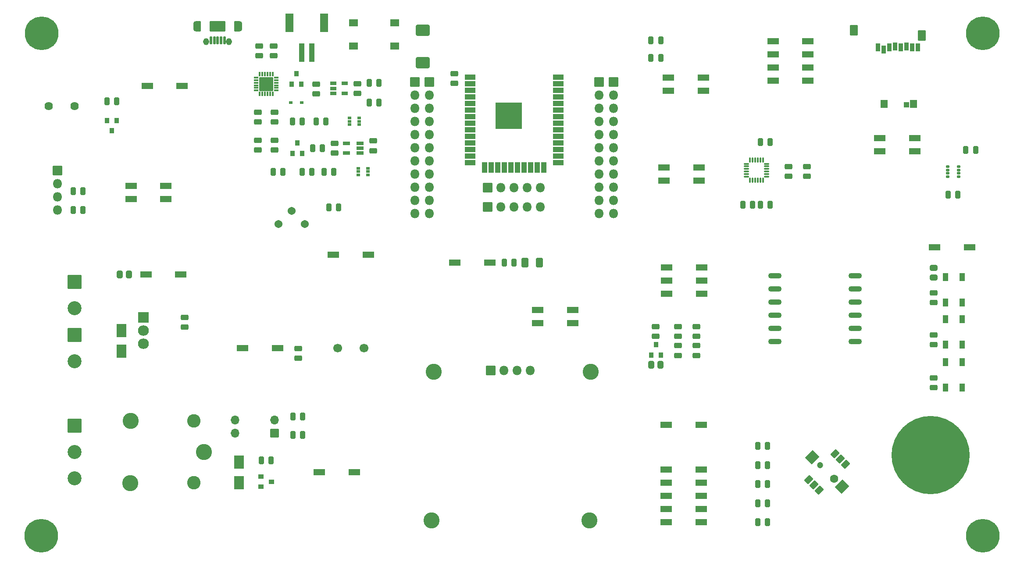
<source format=gbr>
%TF.GenerationSoftware,KiCad,Pcbnew,(6.0.0)*%
%TF.CreationDate,2022-02-10T18:09:30+01:00*%
%TF.ProjectId,ESP32IoTPlatform,45535033-3249-46f5-9450-6c6174666f72,rev?*%
%TF.SameCoordinates,Original*%
%TF.FileFunction,Soldermask,Top*%
%TF.FilePolarity,Negative*%
%FSLAX46Y46*%
G04 Gerber Fmt 4.6, Leading zero omitted, Abs format (unit mm)*
G04 Created by KiCad (PCBNEW (6.0.0)) date 2022-02-10 18:09:30*
%MOMM*%
%LPD*%
G01*
G04 APERTURE LIST*
G04 Aperture macros list*
%AMRoundRect*
0 Rectangle with rounded corners*
0 $1 Rounding radius*
0 $2 $3 $4 $5 $6 $7 $8 $9 X,Y pos of 4 corners*
0 Add a 4 corners polygon primitive as box body*
4,1,4,$2,$3,$4,$5,$6,$7,$8,$9,$2,$3,0*
0 Add four circle primitives for the rounded corners*
1,1,$1+$1,$2,$3*
1,1,$1+$1,$4,$5*
1,1,$1+$1,$6,$7*
1,1,$1+$1,$8,$9*
0 Add four rect primitives between the rounded corners*
20,1,$1+$1,$2,$3,$4,$5,0*
20,1,$1+$1,$4,$5,$6,$7,0*
20,1,$1+$1,$6,$7,$8,$9,0*
20,1,$1+$1,$8,$9,$2,$3,0*%
G04 Aperture macros list end*
%ADD10RoundRect,0.050000X0.900000X-1.250000X0.900000X1.250000X-0.900000X1.250000X-0.900000X-1.250000X0*%
%ADD11RoundRect,0.050000X-1.000000X0.952500X-1.000000X-0.952500X1.000000X-0.952500X1.000000X0.952500X0*%
%ADD12O,2.100000X2.005000*%
%ADD13RoundRect,0.293750X-0.456250X0.243750X-0.456250X-0.243750X0.456250X-0.243750X0.456250X0.243750X0*%
%ADD14RoundRect,0.300000X1.025000X-0.787500X1.025000X0.787500X-1.025000X0.787500X-1.025000X-0.787500X0*%
%ADD15RoundRect,0.293750X0.456250X-0.243750X0.456250X0.243750X-0.456250X0.243750X-0.456250X-0.243750X0*%
%ADD16RoundRect,0.293750X0.243750X0.456250X-0.243750X0.456250X-0.243750X-0.456250X0.243750X-0.456250X0*%
%ADD17RoundRect,0.050000X0.200000X0.675000X-0.200000X0.675000X-0.200000X-0.675000X0.200000X-0.675000X0*%
%ADD18O,1.100000X2.000000*%
%ADD19RoundRect,0.050000X1.450000X0.950000X-1.450000X0.950000X-1.450000X-0.950000X1.450000X-0.950000X0*%
%ADD20RoundRect,0.050000X0.437500X0.950000X-0.437500X0.950000X-0.437500X-0.950000X0.437500X-0.950000X0*%
%ADD21O,1.150000X1.350000*%
%ADD22RoundRect,0.293750X-0.243750X-0.456250X0.243750X-0.456250X0.243750X0.456250X-0.243750X0.456250X0*%
%ADD23RoundRect,0.112500X-0.062500X0.350000X-0.062500X-0.350000X0.062500X-0.350000X0.062500X0.350000X0*%
%ADD24RoundRect,0.112500X-0.350000X0.062500X-0.350000X-0.062500X0.350000X-0.062500X0.350000X0.062500X0*%
%ADD25RoundRect,0.050000X-1.300000X1.300000X-1.300000X-1.300000X1.300000X-1.300000X1.300000X1.300000X0*%
%ADD26RoundRect,0.050000X0.610000X0.325000X-0.610000X0.325000X-0.610000X-0.325000X0.610000X-0.325000X0*%
%ADD27RoundRect,0.050000X-0.450000X-0.400000X0.450000X-0.400000X0.450000X0.400000X-0.450000X0.400000X0*%
%ADD28RoundRect,0.050000X-1.080000X-0.560000X1.080000X-0.560000X1.080000X0.560000X-1.080000X0.560000X0*%
%ADD29RoundRect,0.050000X-0.530000X-0.325000X0.530000X-0.325000X0.530000X0.325000X-0.530000X0.325000X0*%
%ADD30RoundRect,0.050000X0.400000X-0.450000X0.400000X0.450000X-0.400000X0.450000X-0.400000X-0.450000X0*%
%ADD31RoundRect,0.050000X0.300000X0.225000X-0.300000X0.225000X-0.300000X-0.225000X0.300000X-0.225000X0*%
%ADD32RoundRect,0.050000X0.500000X-0.750000X0.500000X0.750000X-0.500000X0.750000X-0.500000X-0.750000X0*%
%ADD33C,2.700000*%
%ADD34RoundRect,0.050000X1.080000X0.560000X-1.080000X0.560000X-1.080000X-0.560000X1.080000X-0.560000X0*%
%ADD35RoundRect,0.050000X0.800000X0.800000X-0.800000X0.800000X-0.800000X-0.800000X0.800000X-0.800000X0*%
%ADD36O,1.700000X1.700000*%
%ADD37RoundRect,0.050000X-0.850000X-0.850000X0.850000X-0.850000X0.850000X0.850000X-0.850000X0.850000X0*%
%ADD38O,1.800000X1.800000*%
%ADD39RoundRect,0.050000X-0.325000X-0.200000X0.325000X-0.200000X0.325000X0.200000X-0.325000X0.200000X0*%
%ADD40C,1.540000*%
%ADD41RoundRect,0.050000X0.400000X0.750000X-0.400000X0.750000X-0.400000X-0.750000X0.400000X-0.750000X0*%
%ADD42RoundRect,0.050000X0.650000X0.700000X-0.650000X0.700000X-0.650000X-0.700000X0.650000X-0.700000X0*%
%ADD43RoundRect,0.050000X0.700000X0.950000X-0.700000X0.950000X-0.700000X-0.950000X0.700000X-0.950000X0*%
%ADD44RoundRect,0.050000X0.475000X0.500000X-0.475000X0.500000X-0.475000X-0.500000X0.475000X-0.500000X0*%
%ADD45C,0.900000*%
%ADD46C,6.500000*%
%ADD47RoundRect,0.050000X0.850000X-0.850000X0.850000X0.850000X-0.850000X0.850000X-0.850000X-0.850000X0*%
%ADD48RoundRect,0.050000X-0.750000X-1.700000X0.750000X-1.700000X0.750000X1.700000X-0.750000X1.700000X0*%
%ADD49RoundRect,0.050000X-0.500000X-1.750000X0.500000X-1.750000X0.500000X1.750000X-0.500000X1.750000X0*%
%ADD50C,3.100000*%
%ADD51C,2.600000*%
%ADD52C,15.100000*%
%ADD53RoundRect,0.050000X-0.900000X1.250000X-0.900000X-1.250000X0.900000X-1.250000X0.900000X1.250000X0*%
%ADD54RoundRect,0.300000X0.375000X0.625000X-0.375000X0.625000X-0.375000X-0.625000X0.375000X-0.625000X0*%
%ADD55O,2.600000X1.100000*%
%ADD56C,1.700000*%
%ADD57RoundRect,0.050000X0.775000X0.650000X-0.775000X0.650000X-0.775000X-0.650000X0.775000X-0.650000X0*%
%ADD58RoundRect,0.050000X-1.000000X-0.450000X1.000000X-0.450000X1.000000X0.450000X-1.000000X0.450000X0*%
%ADD59RoundRect,0.050000X0.450000X-1.000000X0.450000X1.000000X-0.450000X1.000000X-0.450000X-1.000000X0*%
%ADD60RoundRect,0.050000X-2.500000X-2.500000X2.500000X-2.500000X2.500000X2.500000X-2.500000X2.500000X0*%
%ADD61RoundRect,0.050000X-0.400000X0.450000X-0.400000X-0.450000X0.400000X-0.450000X0.400000X0.450000X0*%
%ADD62C,1.624000*%
%ADD63RoundRect,0.050000X0.250000X0.175000X-0.250000X0.175000X-0.250000X-0.175000X0.250000X-0.175000X0*%
%ADD64C,1.200000*%
%ADD65C,1.600000*%
%ADD66RoundRect,0.050000X-0.123744X-0.830850X0.830850X0.123744X0.123744X0.830850X-0.830850X-0.123744X0*%
%ADD67RoundRect,0.050000X-0.070711X-1.343503X1.343503X0.070711X0.070711X1.343503X-1.343503X-0.070711X0*%
%ADD68RoundRect,0.125000X-0.350000X-0.075000X0.350000X-0.075000X0.350000X0.075000X-0.350000X0.075000X0*%
%ADD69RoundRect,0.125000X0.075000X-0.350000X0.075000X0.350000X-0.075000X0.350000X-0.075000X-0.350000X0*%
%ADD70RoundRect,0.300000X0.262500X0.450000X-0.262500X0.450000X-0.262500X-0.450000X0.262500X-0.450000X0*%
%ADD71RoundRect,0.300000X0.450000X-0.262500X0.450000X0.262500X-0.450000X0.262500X-0.450000X-0.262500X0*%
G04 APERTURE END LIST*
D10*
%TO.C,D12*%
X62400000Y-113800000D03*
X62400000Y-109800000D03*
%TD*%
D11*
%TO.C,Q3*%
X66655000Y-107260000D03*
D12*
X66655000Y-109800000D03*
X66655000Y-112340000D03*
%TD*%
D13*
%TO.C,R14*%
X74600000Y-107262500D03*
X74600000Y-109137500D03*
%TD*%
D14*
%TO.C,C3*%
X120606999Y-58056499D03*
X120606999Y-51831499D03*
%TD*%
D15*
%TO.C,C4*%
X89000000Y-56737500D03*
X89000000Y-54862500D03*
%TD*%
%TO.C,C5*%
X91800000Y-56737500D03*
X91800000Y-54862500D03*
%TD*%
%TO.C,C6*%
X103600000Y-75537500D03*
X103600000Y-73662500D03*
%TD*%
%TO.C,C7*%
X111000000Y-75068750D03*
X111000000Y-73193750D03*
%TD*%
D13*
%TO.C,D1*%
X88800000Y-73062500D03*
X88800000Y-74937500D03*
%TD*%
%TO.C,D2*%
X92000000Y-73062500D03*
X92000000Y-74937500D03*
%TD*%
D16*
%TO.C,D3*%
X101937500Y-69400000D03*
X100062500Y-69400000D03*
%TD*%
D17*
%TO.C,J1*%
X79700000Y-53735000D03*
X80350000Y-53735000D03*
X81000000Y-53735000D03*
X81650000Y-53735000D03*
X82300000Y-53735000D03*
D18*
X76825000Y-51060000D03*
D19*
X81000000Y-51060000D03*
D20*
X84737500Y-51060000D03*
X77262500Y-51060000D03*
D21*
X78775000Y-54060000D03*
X83225000Y-54060000D03*
D18*
X85175000Y-51060000D03*
%TD*%
D13*
%TO.C,R2*%
X88800000Y-67662500D03*
X88800000Y-69537500D03*
%TD*%
%TO.C,R3*%
X92000000Y-67662500D03*
X92000000Y-69537500D03*
%TD*%
D22*
%TO.C,R4*%
X99325000Y-74600000D03*
X101200000Y-74600000D03*
%TD*%
D16*
%TO.C,R5*%
X103437500Y-79200000D03*
X101562500Y-79200000D03*
%TD*%
D23*
%TO.C,U2*%
X91650000Y-60262500D03*
X91150000Y-60262500D03*
X90650000Y-60262500D03*
X90150000Y-60262500D03*
X89650000Y-60262500D03*
X89150000Y-60262500D03*
D24*
X88462500Y-60950000D03*
X88462500Y-61450000D03*
X88462500Y-61950000D03*
X88462500Y-62450000D03*
X88462500Y-62950000D03*
X88462500Y-63450000D03*
D23*
X89150000Y-64137500D03*
X89650000Y-64137500D03*
X90150000Y-64137500D03*
X90650000Y-64137500D03*
X91150000Y-64137500D03*
X91650000Y-64137500D03*
D24*
X92337500Y-63450000D03*
X92337500Y-62950000D03*
X92337500Y-62450000D03*
X92337500Y-61950000D03*
X92337500Y-61450000D03*
X92337500Y-60950000D03*
D25*
X90400000Y-62200000D03*
%TD*%
D26*
%TO.C,U3*%
X108510000Y-75550000D03*
X108510000Y-74600000D03*
X108510000Y-73650000D03*
X105890000Y-73650000D03*
X105890000Y-75550000D03*
%TD*%
D27*
%TO.C,Q2*%
X89380999Y-138050000D03*
X89380999Y-139950000D03*
X91380999Y-139000000D03*
%TD*%
D22*
%TO.C,R6*%
X164672499Y-57150999D03*
X166547499Y-57150999D03*
%TD*%
%TO.C,R7*%
X164672499Y-53750999D03*
X166547499Y-53750999D03*
%TD*%
D28*
%TO.C,SW2*%
X168044999Y-60953999D03*
X168044999Y-63493999D03*
X174774999Y-63493999D03*
X174774999Y-60953999D03*
%TD*%
D13*
%TO.C,C13*%
X100068750Y-62262500D03*
X100068750Y-64137500D03*
%TD*%
%TO.C,C14*%
X108000000Y-62112500D03*
X108000000Y-63987500D03*
%TD*%
D29*
%TO.C,IC1*%
X103300000Y-62100000D03*
X103300000Y-63050000D03*
X103300000Y-64000000D03*
X105500000Y-64000000D03*
X105500000Y-62100000D03*
%TD*%
D30*
%TO.C,Q1*%
X95250000Y-62200000D03*
X97150000Y-62200000D03*
X96200000Y-60200000D03*
%TD*%
D22*
%TO.C,R10*%
X95462500Y-69400000D03*
X97337500Y-69400000D03*
%TD*%
D31*
%TO.C,D4*%
X97250000Y-65800000D03*
X95150000Y-65800000D03*
%TD*%
D15*
%TO.C,C15*%
X219222999Y-104412499D03*
X219222999Y-102537499D03*
%TD*%
%TO.C,C16*%
X219222999Y-112540499D03*
X219222999Y-110665499D03*
%TD*%
%TO.C,C17*%
X219222999Y-120795499D03*
X219222999Y-118920499D03*
%TD*%
D32*
%TO.C,D5*%
X221559999Y-104400999D03*
X224759999Y-104400999D03*
X224759999Y-99500999D03*
X221559999Y-99500999D03*
%TD*%
%TO.C,D6*%
X221559999Y-112528999D03*
X224759999Y-112528999D03*
X224759999Y-107628999D03*
X221559999Y-107628999D03*
%TD*%
%TO.C,D7*%
X221559999Y-120783999D03*
X224759999Y-120783999D03*
X224759999Y-115883999D03*
X221559999Y-115883999D03*
%TD*%
D16*
%TO.C,D10*%
X97414499Y-126444999D03*
X95539499Y-126444999D03*
%TD*%
D25*
%TO.C,J2*%
X53423999Y-128222999D03*
D33*
X53423999Y-133302999D03*
X53423999Y-138382999D03*
%TD*%
D16*
%TO.C,R12*%
X97414499Y-130000999D03*
X95539499Y-130000999D03*
%TD*%
D22*
%TO.C,R13*%
X89443499Y-134900000D03*
X91318499Y-134900000D03*
%TD*%
D34*
%TO.C,SW7*%
X107358000Y-137200000D03*
X100628000Y-137200000D03*
%TD*%
D35*
%TO.C,U6*%
X92031999Y-129619999D03*
D36*
X92031999Y-127079999D03*
X84411999Y-127079999D03*
X84411999Y-129619999D03*
%TD*%
D22*
%TO.C,R15*%
X53112500Y-82880000D03*
X54987500Y-82880000D03*
%TD*%
D16*
%TO.C,R16*%
X54987500Y-86563000D03*
X53112500Y-86563000D03*
%TD*%
D37*
%TO.C,J5*%
X50113000Y-78943000D03*
D38*
X50113000Y-81483000D03*
X50113000Y-84023000D03*
X50113000Y-86563000D03*
%TD*%
D39*
%TO.C,Q6*%
X106450000Y-68750000D03*
X106450000Y-69400000D03*
X106450000Y-70050000D03*
X108350000Y-70050000D03*
X108350000Y-69400000D03*
X108350000Y-68750000D03*
%TD*%
%TO.C,Q7*%
X108150000Y-78450000D03*
X108150000Y-79100000D03*
X108150000Y-79750000D03*
X110050000Y-79750000D03*
X110050000Y-79100000D03*
X110050000Y-78450000D03*
%TD*%
D30*
%TO.C,Q8*%
X95450000Y-75600000D03*
X97350000Y-75600000D03*
X96400000Y-73600000D03*
%TD*%
D22*
%TO.C,R28*%
X91725000Y-79200000D03*
X93600000Y-79200000D03*
%TD*%
%TO.C,R29*%
X97325000Y-79200000D03*
X99200000Y-79200000D03*
%TD*%
D16*
%TO.C,R21*%
X104337500Y-86000000D03*
X102462500Y-86000000D03*
%TD*%
D34*
%TO.C,SW15*%
X110085000Y-95200000D03*
X103355000Y-95200000D03*
%TD*%
D40*
%TO.C,RV1*%
X97873999Y-89233999D03*
X95333999Y-86693999D03*
X92793999Y-89233999D03*
%TD*%
D41*
%TO.C,SD1*%
X208469999Y-55147999D03*
X209569999Y-55547999D03*
X210669999Y-55147999D03*
X211769999Y-54947999D03*
X212869999Y-55147999D03*
X213969999Y-54947999D03*
X215069999Y-55147999D03*
X216169999Y-55147999D03*
D42*
X215359999Y-66007999D03*
X209659999Y-66007999D03*
D43*
X216959999Y-52857999D03*
X203809999Y-51857999D03*
D44*
X213969999Y-66207999D03*
%TD*%
D28*
%TO.C,SW19*%
X188244999Y-53940999D03*
X188244999Y-56480999D03*
X188244999Y-59020999D03*
X188244999Y-61560999D03*
X194974999Y-61560999D03*
X194974999Y-59020999D03*
X194974999Y-56480999D03*
X194974999Y-53940999D03*
%TD*%
D45*
%TO.C,H1*%
X45376943Y-54101055D03*
X48771055Y-50706943D03*
X49473999Y-52403999D03*
X47073999Y-50003999D03*
D46*
X47073999Y-52403999D03*
D45*
X47073999Y-54803999D03*
X48771055Y-54101055D03*
X45376943Y-50706943D03*
X44673999Y-52403999D03*
%TD*%
%TO.C,H2*%
X228760999Y-54803999D03*
D46*
X228760999Y-52403999D03*
D45*
X230458055Y-54101055D03*
X228760999Y-50003999D03*
X227063943Y-54101055D03*
X226360999Y-52403999D03*
X230458055Y-50706943D03*
X231160999Y-52403999D03*
X227063943Y-50706943D03*
%TD*%
%TO.C,H3*%
X48644055Y-151129055D03*
X45249943Y-147734943D03*
D46*
X46946999Y-149431999D03*
D45*
X46946999Y-151831999D03*
X46946999Y-147031999D03*
X48644055Y-147734943D03*
X49346999Y-149431999D03*
X44546999Y-149431999D03*
X45249943Y-151129055D03*
%TD*%
%TO.C,H4*%
X231160999Y-149431999D03*
X230458055Y-151129055D03*
X227063943Y-151129055D03*
X227063943Y-147734943D03*
X230458055Y-147734943D03*
X226360999Y-149431999D03*
X228760999Y-147031999D03*
D46*
X228760999Y-149431999D03*
D45*
X228760999Y-151831999D03*
%TD*%
D47*
%TO.C,J7*%
X133179999Y-82248999D03*
D38*
X135719999Y-82248999D03*
X138259999Y-82248999D03*
X140799999Y-82248999D03*
X143339999Y-82248999D03*
%TD*%
D47*
%TO.C,J8*%
X133179999Y-85931999D03*
D38*
X135719999Y-85931999D03*
X138259999Y-85931999D03*
X140799999Y-85931999D03*
X143339999Y-85931999D03*
%TD*%
D48*
%TO.C,JST1*%
X101550000Y-50356750D03*
X94850000Y-50356750D03*
D49*
X99200000Y-56106750D03*
X97200000Y-56106750D03*
%TD*%
D50*
%TO.C,K1*%
X78366799Y-133277599D03*
D51*
X76416799Y-139227599D03*
D50*
X64166799Y-139277599D03*
X64216799Y-127227599D03*
D51*
X76416799Y-127227599D03*
%TD*%
D50*
%TO.C,J6*%
X122313999Y-146507999D03*
X153047999Y-117805999D03*
X122743999Y-117805999D03*
X152793999Y-146507999D03*
D47*
X133743999Y-117551999D03*
D38*
X136283999Y-117551999D03*
X138823999Y-117551999D03*
X141363999Y-117551999D03*
%TD*%
D34*
%TO.C,SW10*%
X149554999Y-108407999D03*
X149554999Y-105867999D03*
X142824999Y-105867999D03*
X142824999Y-108407999D03*
%TD*%
D16*
%TO.C,C2*%
X112137500Y-65800000D03*
X110262500Y-65800000D03*
%TD*%
D15*
%TO.C,C1*%
X126702999Y-62104499D03*
X126702999Y-60229499D03*
%TD*%
D52*
%TO.C,TP1*%
X218615999Y-133864999D03*
%TD*%
D53*
%TO.C,D11*%
X85173999Y-135239999D03*
X85173999Y-139239999D03*
%TD*%
D25*
%TO.C,J4*%
X53423999Y-110696999D03*
D33*
X53423999Y-115776999D03*
%TD*%
D34*
%TO.C,SW8*%
X73888999Y-99000000D03*
X67158999Y-99000000D03*
%TD*%
D25*
%TO.C,J3*%
X53423999Y-100409999D03*
D33*
X53423999Y-105489999D03*
%TD*%
D28*
%TO.C,SW6*%
X126822999Y-96723999D03*
X133552999Y-96723999D03*
%TD*%
D22*
%TO.C,R11*%
X136362499Y-96723999D03*
X138237499Y-96723999D03*
%TD*%
D54*
%TO.C,D9*%
X143144999Y-96723999D03*
X140344999Y-96723999D03*
%TD*%
D28*
%TO.C,SW11*%
X167691999Y-97623999D03*
X167691999Y-100163999D03*
X167691999Y-102703999D03*
X174421999Y-102703999D03*
X174421999Y-100163999D03*
X174421999Y-97623999D03*
%TD*%
D15*
%TO.C,C20*%
X169847999Y-110926499D03*
X169847999Y-109051499D03*
%TD*%
%TO.C,C19*%
X173403999Y-110926499D03*
X173403999Y-109051499D03*
%TD*%
%TO.C,D13*%
X173403999Y-114609499D03*
X173403999Y-112734499D03*
%TD*%
D30*
%TO.C,Q4*%
X164706999Y-114544999D03*
X166606999Y-114544999D03*
X165656999Y-112544999D03*
%TD*%
D15*
%TO.C,R17*%
X165600000Y-110926499D03*
X165600000Y-109051499D03*
%TD*%
D13*
%TO.C,R18*%
X169847999Y-112734499D03*
X169847999Y-114609499D03*
%TD*%
D55*
%TO.C,U7*%
X188571599Y-99259599D03*
X188571599Y-101779599D03*
X188571599Y-104319599D03*
X188571599Y-106859599D03*
X188571599Y-109399599D03*
X188571599Y-111939599D03*
X204081599Y-111939599D03*
X204081599Y-109399599D03*
X204081599Y-106859599D03*
X204081599Y-104319599D03*
X204081599Y-101779599D03*
X204081599Y-99239599D03*
%TD*%
D34*
%TO.C,SW9*%
X71004000Y-84404000D03*
X71004000Y-81864000D03*
X64274000Y-81864000D03*
X64274000Y-84404000D03*
%TD*%
D13*
%TO.C,R20*%
X96600000Y-113262500D03*
X96600000Y-115137500D03*
%TD*%
D28*
%TO.C,SW14*%
X85835000Y-113200000D03*
X92565000Y-113200000D03*
%TD*%
D56*
%TO.C,R19*%
X109303999Y-113236999D03*
X104223999Y-113236999D03*
%TD*%
D57*
%TO.C,SW1*%
X107220000Y-54850000D03*
X115180000Y-54850000D03*
X115180000Y-50350000D03*
X107220000Y-50350000D03*
%TD*%
D28*
%TO.C,SW5*%
X219418999Y-93750999D03*
X226148999Y-93750999D03*
%TD*%
D58*
%TO.C,U1*%
X129734999Y-60847999D03*
X129734999Y-62117999D03*
X129734999Y-63387999D03*
X129734999Y-64657999D03*
X129734999Y-65927999D03*
X129734999Y-67197999D03*
X129734999Y-68467999D03*
X129734999Y-69737999D03*
X129734999Y-71007999D03*
X129734999Y-72277999D03*
X129734999Y-73547999D03*
X129734999Y-74817999D03*
X129734999Y-76087999D03*
X129734999Y-77357999D03*
D59*
X132519999Y-78357999D03*
X133789999Y-78357999D03*
X135059999Y-78357999D03*
X136329999Y-78357999D03*
X137599999Y-78357999D03*
X138869999Y-78357999D03*
X140139999Y-78357999D03*
X141409999Y-78357999D03*
X142679999Y-78357999D03*
X143949999Y-78357999D03*
D58*
X146734999Y-77357999D03*
X146734999Y-76087999D03*
X146734999Y-74817999D03*
X146734999Y-73547999D03*
X146734999Y-72277999D03*
X146734999Y-71007999D03*
X146734999Y-69737999D03*
X146734999Y-68467999D03*
X146734999Y-67197999D03*
X146734999Y-65927999D03*
X146734999Y-64657999D03*
X146734999Y-63387999D03*
X146734999Y-62117999D03*
X146734999Y-60847999D03*
D60*
X137234999Y-68347999D03*
%TD*%
D16*
%TO.C,R27*%
X61504500Y-65523000D03*
X59629500Y-65523000D03*
%TD*%
D34*
%TO.C,SW18*%
X74165000Y-62600000D03*
X67435000Y-62600000D03*
%TD*%
D61*
%TO.C,Q5*%
X61517000Y-69222000D03*
X59617000Y-69222000D03*
X60567000Y-71222000D03*
%TD*%
D62*
%TO.C,BZ1*%
X48423000Y-66452000D03*
X53423000Y-66452000D03*
%TD*%
D22*
%TO.C,R1*%
X110262500Y-62000000D03*
X112137500Y-62000000D03*
%TD*%
D37*
%TO.C,J9*%
X121876999Y-61801999D03*
D38*
X121876999Y-64341999D03*
X121876999Y-66881999D03*
X121876999Y-69421999D03*
X121876999Y-71961999D03*
X121876999Y-74501999D03*
X121876999Y-77041999D03*
X121876999Y-79581999D03*
X121876999Y-82121999D03*
X121876999Y-84661999D03*
X121876999Y-87201999D03*
%TD*%
D37*
%TO.C,J11*%
X119082999Y-61801999D03*
D38*
X119082999Y-64341999D03*
X119082999Y-66881999D03*
X119082999Y-69421999D03*
X119082999Y-71961999D03*
X119082999Y-74501999D03*
X119082999Y-77041999D03*
X119082999Y-79581999D03*
X119082999Y-82121999D03*
X119082999Y-84661999D03*
X119082999Y-87201999D03*
%TD*%
D37*
%TO.C,J10*%
X154642999Y-61801999D03*
D38*
X154642999Y-64341999D03*
X154642999Y-66881999D03*
X154642999Y-69421999D03*
X154642999Y-71961999D03*
X154642999Y-74501999D03*
X154642999Y-77041999D03*
X154642999Y-79581999D03*
X154642999Y-82121999D03*
X154642999Y-84661999D03*
X154642999Y-87201999D03*
%TD*%
D37*
%TO.C,J12*%
X157436999Y-61801999D03*
D38*
X157436999Y-64341999D03*
X157436999Y-66881999D03*
X157436999Y-69421999D03*
X157436999Y-71961999D03*
X157436999Y-74501999D03*
X157436999Y-77041999D03*
X157436999Y-79581999D03*
X157436999Y-82121999D03*
X157436999Y-84661999D03*
X157436999Y-87201999D03*
%TD*%
D16*
%TO.C,C8*%
X223937500Y-83600000D03*
X222062500Y-83600000D03*
%TD*%
D28*
%TO.C,SW3*%
X208844999Y-72680999D03*
X208844999Y-75220999D03*
X215574999Y-75220999D03*
X215574999Y-72680999D03*
%TD*%
D22*
%TO.C,R8*%
X225462500Y-74950999D03*
X227337500Y-74950999D03*
%TD*%
D63*
%TO.C,U4*%
X221993999Y-80100000D03*
X221993999Y-79450000D03*
X221993999Y-78800000D03*
X221993999Y-78150000D03*
X224043999Y-78150000D03*
X224043999Y-78800000D03*
X224043999Y-79450000D03*
X224043999Y-80100000D03*
%TD*%
D64*
%TO.C,T1*%
X197347496Y-135783496D03*
D65*
X200034502Y-138470502D03*
D66*
X195155465Y-138647279D03*
X196163092Y-139654906D03*
X197170719Y-140662533D03*
X200211279Y-133591465D03*
X201218906Y-134599092D03*
X202226533Y-135606719D03*
D67*
X195827217Y-134263217D03*
X201554781Y-139990781D03*
%TD*%
D28*
%TO.C,SW16*%
X167625999Y-128023999D03*
X174355999Y-128023999D03*
%TD*%
D16*
%TO.C,R22*%
X187168499Y-132086999D03*
X185293499Y-132086999D03*
%TD*%
%TO.C,R23*%
X187168499Y-135769999D03*
X185293499Y-135769999D03*
%TD*%
%TO.C,R24*%
X187168499Y-139452999D03*
X185293499Y-139452999D03*
%TD*%
D28*
%TO.C,SW17*%
X167625999Y-136658999D03*
X167625999Y-139198999D03*
X167625999Y-141738999D03*
X167625999Y-144278999D03*
X167625999Y-146818999D03*
X174355999Y-146818999D03*
X174355999Y-144278999D03*
X174355999Y-141738999D03*
X174355999Y-139198999D03*
X174355999Y-136658999D03*
%TD*%
D16*
%TO.C,R25*%
X187168499Y-143135999D03*
X185293499Y-143135999D03*
%TD*%
D22*
%TO.C,R26*%
X185293499Y-146818999D03*
X187168499Y-146818999D03*
%TD*%
%TO.C,C9*%
X185817999Y-85550999D03*
X187692999Y-85550999D03*
%TD*%
D15*
%TO.C,C10*%
X191253999Y-80050499D03*
X191253999Y-78175499D03*
%TD*%
%TO.C,C12*%
X194809999Y-80050499D03*
X194809999Y-78175499D03*
%TD*%
D28*
%TO.C,SW4*%
X167197999Y-78350999D03*
X167197999Y-80890999D03*
X173927999Y-80890999D03*
X173927999Y-78350999D03*
%TD*%
D22*
%TO.C,C11*%
X185817999Y-73397999D03*
X187692999Y-73397999D03*
%TD*%
%TO.C,R9*%
X182388999Y-85550999D03*
X184263999Y-85550999D03*
%TD*%
D68*
%TO.C,U5*%
X183090999Y-77608999D03*
X183090999Y-78108999D03*
X183090999Y-78608999D03*
X183090999Y-79108999D03*
X183090999Y-79608999D03*
X183090999Y-80108999D03*
D69*
X183790999Y-80808999D03*
X184290999Y-80808999D03*
X184790999Y-80808999D03*
X185290999Y-80808999D03*
X185790999Y-80808999D03*
X186290999Y-80808999D03*
D68*
X186990999Y-80108999D03*
X186990999Y-79608999D03*
X186990999Y-79108999D03*
X186990999Y-78608999D03*
X186990999Y-78108999D03*
X186990999Y-77608999D03*
D69*
X186290999Y-76908999D03*
X185790999Y-76908999D03*
X185290999Y-76908999D03*
X184790999Y-76908999D03*
X184290999Y-76908999D03*
X183790999Y-76908999D03*
%TD*%
D70*
%TO.C,R31*%
X166512500Y-116400000D03*
X164687500Y-116400000D03*
%TD*%
%TO.C,R32*%
X63912500Y-99000000D03*
X62087500Y-99000000D03*
%TD*%
D71*
%TO.C,R30*%
X219209999Y-99546499D03*
X219209999Y-97721499D03*
%TD*%
M02*

</source>
